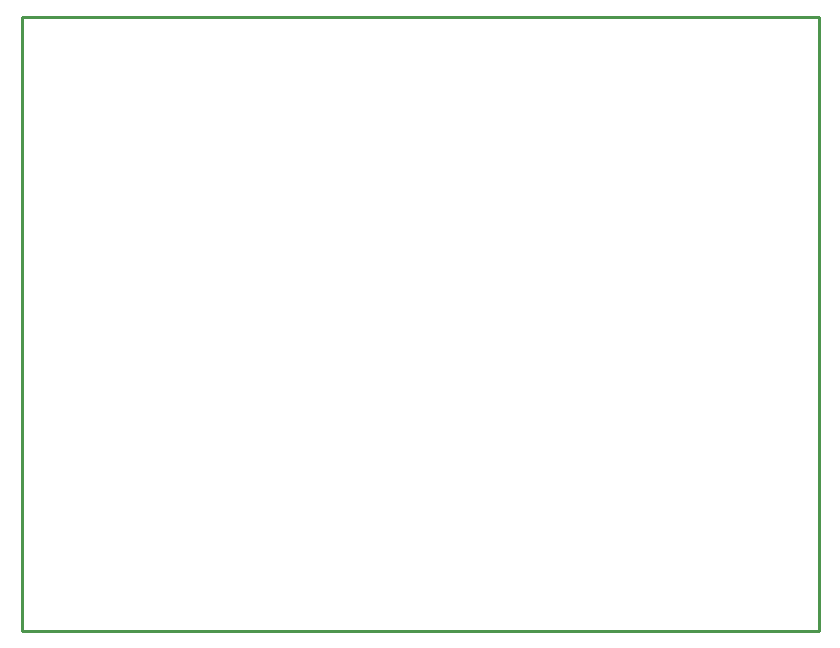
<source format=gko>
G04 Layer: BoardOutlineLayer*
G04 EasyEDA v6.5.51, 2025-12-14 19:40:40*
G04 514b2389affe42e7ae51c997f378b186,324dd03f55b54ef1918ba81d68900132,10*
G04 Gerber Generator version 0.2*
G04 Scale: 100 percent, Rotated: No, Reflected: No *
G04 Dimensions in millimeters *
G04 leading zeros omitted , absolute positions ,4 integer and 5 decimal *
%FSLAX45Y45*%
%MOMM*%

%ADD10C,0.2540*%
%ADD11C,0.0122*%
D10*
X254000Y5460989D02*
G01*
X7003986Y5460989D01*
X7003986Y261000D01*
X254000Y261000D01*
X254000Y5460989D01*

%LPD*%
M02*

</source>
